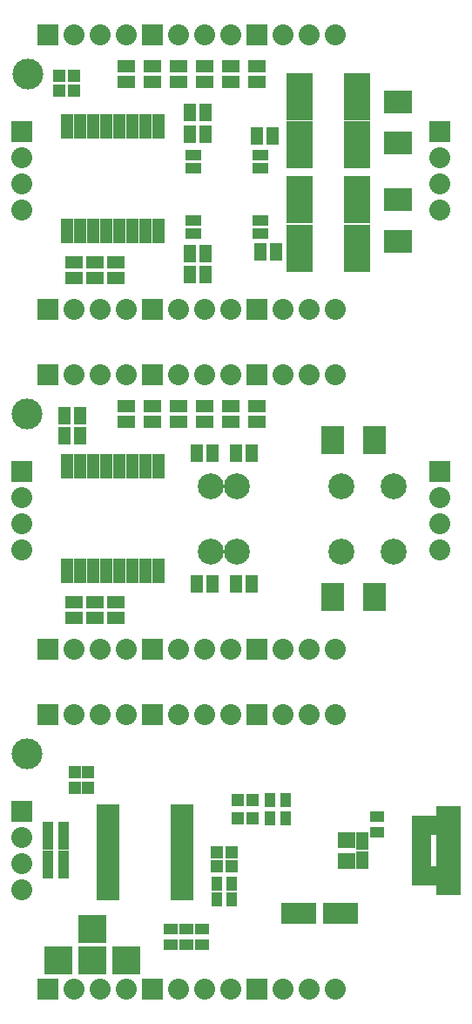
<source format=gts>
G04 #@! TF.FileFunction,Soldermask,Top*
%FSLAX45Y45*%
G04 Gerber Fmt 4.5, Leading zero omitted, Abs format (unit mm)*
G04 Created by KiCad (PCBNEW (after 2015-may-25 BZR unknown)-product) date 15/07/2015 13:23:27*
%MOMM*%
G01*
G04 APERTURE LIST*
%ADD10C,0.150000*%
%ADD11R,1.143000X2.413000*%
%ADD12R,1.143000X1.651000*%
%ADD13R,1.651000X1.143000*%
%ADD14R,2.032000X2.032000*%
%ADD15C,2.032000*%
%ADD16R,2.707640X2.308860*%
%ADD17R,2.540000X4.572000*%
%ADD18R,1.506220X1.005840*%
%ADD19C,3.000000*%
%ADD20R,1.258000X1.308000*%
%ADD21R,2.308860X2.707640*%
%ADD22C,2.506980*%
%ADD23R,1.258000X1.708000*%
%ADD24R,2.258000X0.958000*%
%ADD25R,1.308000X1.258000*%
%ADD26R,3.507740X2.009140*%
%ADD27R,1.305560X1.305560*%
%ADD28R,1.758000X1.508000*%
%ADD29R,2.743200X2.743200*%
%ADD30R,1.008000X1.408000*%
%ADD31R,1.408000X1.008000*%
%ADD32R,2.405380X1.681480*%
%ADD33R,2.405380X2.882900*%
%ADD34R,2.608580X1.981200*%
%ADD35R,1.887220X0.957580*%
G04 APERTURE END LIST*
D10*
D11*
X19367500Y-6223000D03*
X19494500Y-6223000D03*
X19621500Y-6223000D03*
X19748500Y-6223000D03*
X19875500Y-6223000D03*
X20002500Y-6223000D03*
X20129500Y-6223000D03*
X20256500Y-6223000D03*
X20256500Y-5207000D03*
X20129500Y-5207000D03*
X20002500Y-5207000D03*
X19875500Y-5207000D03*
X19748500Y-5207000D03*
X19621500Y-5207000D03*
X19494500Y-5207000D03*
X19367500Y-5207000D03*
D12*
X20561300Y-6438900D03*
X20713700Y-6438900D03*
X20713700Y-6642100D03*
X20561300Y-6642100D03*
X20561300Y-5283200D03*
X20713700Y-5283200D03*
X20713700Y-5067300D03*
X20561300Y-5067300D03*
D13*
X19431000Y-6680200D03*
X19431000Y-6527800D03*
X19634200Y-6680200D03*
X19634200Y-6527800D03*
X19837400Y-6680200D03*
X19837400Y-6527800D03*
X19939000Y-4622800D03*
X19939000Y-4775200D03*
X20193000Y-4622800D03*
X20193000Y-4775200D03*
X20447000Y-4622800D03*
X20447000Y-4775200D03*
X20701000Y-4622800D03*
X20701000Y-4775200D03*
X20955000Y-4622800D03*
X20955000Y-4775200D03*
X21209000Y-4622800D03*
X21209000Y-4775200D03*
D14*
X22987000Y-5257800D03*
D15*
X22987000Y-5511800D03*
X22987000Y-5765800D03*
X22987000Y-6019800D03*
D14*
X21209000Y-4318000D03*
D15*
X21463000Y-4318000D03*
X21717000Y-4318000D03*
X21971000Y-4318000D03*
D14*
X20193000Y-4318000D03*
D15*
X20447000Y-4318000D03*
X20701000Y-4318000D03*
X20955000Y-4318000D03*
D14*
X19177000Y-4318000D03*
D15*
X19431000Y-4318000D03*
X19685000Y-4318000D03*
X19939000Y-4318000D03*
D14*
X21209000Y-6985000D03*
D15*
X21463000Y-6985000D03*
X21717000Y-6985000D03*
X21971000Y-6985000D03*
D14*
X20193000Y-6985000D03*
D15*
X20447000Y-6985000D03*
X20701000Y-6985000D03*
X20955000Y-6985000D03*
D14*
X19177000Y-6985000D03*
D15*
X19431000Y-6985000D03*
X19685000Y-6985000D03*
X19939000Y-6985000D03*
D14*
X18923000Y-5257800D03*
D15*
X18923000Y-5511800D03*
X18923000Y-5765800D03*
X18923000Y-6019800D03*
D16*
X22580600Y-6322060D03*
X22580600Y-5920740D03*
X22580600Y-5369560D03*
X22580600Y-4968240D03*
D17*
X21628100Y-6388100D03*
X22186900Y-6388100D03*
X21628100Y-5918200D03*
X22186900Y-5918200D03*
X21628100Y-4914900D03*
X22186900Y-4914900D03*
X21628100Y-5384800D03*
X22186900Y-5384800D03*
D12*
X21399500Y-6426200D03*
X21247100Y-6426200D03*
X21209000Y-5295900D03*
X21361400Y-5295900D03*
D18*
X21240750Y-5613400D03*
X21240750Y-5486400D03*
X20593050Y-5486400D03*
X20593050Y-5613400D03*
X21240750Y-6248400D03*
X21240750Y-6121400D03*
X20593050Y-6121400D03*
X20593050Y-6248400D03*
D19*
X18986500Y-4699000D03*
D20*
X19431000Y-4862900D03*
X19431000Y-4712900D03*
X19291300Y-4862900D03*
X19291300Y-4712900D03*
D11*
X19367500Y-9525000D03*
X19494500Y-9525000D03*
X19621500Y-9525000D03*
X19748500Y-9525000D03*
X19875500Y-9525000D03*
X20002500Y-9525000D03*
X20129500Y-9525000D03*
X20256500Y-9525000D03*
X20256500Y-8509000D03*
X20129500Y-8509000D03*
X20002500Y-8509000D03*
X19875500Y-8509000D03*
X19748500Y-8509000D03*
X19621500Y-8509000D03*
X19494500Y-8509000D03*
X19367500Y-8509000D03*
D12*
X21005800Y-9652000D03*
X21158200Y-9652000D03*
X20624800Y-9652000D03*
X20777200Y-9652000D03*
X21005800Y-8382000D03*
X21158200Y-8382000D03*
X20624800Y-8382000D03*
X20777200Y-8382000D03*
D13*
X19431000Y-9982200D03*
X19431000Y-9829800D03*
X19634200Y-9982200D03*
X19634200Y-9829800D03*
X19837400Y-9982200D03*
X19837400Y-9829800D03*
X19939000Y-7924800D03*
X19939000Y-8077200D03*
X20193000Y-7924800D03*
X20193000Y-8077200D03*
X20447000Y-7924800D03*
X20447000Y-8077200D03*
X20701000Y-7924800D03*
X20701000Y-8077200D03*
X20955000Y-7924800D03*
X20955000Y-8077200D03*
X21209000Y-7924800D03*
X21209000Y-8077200D03*
D14*
X22987000Y-8559800D03*
D15*
X22987000Y-8813800D03*
X22987000Y-9067800D03*
X22987000Y-9321800D03*
D14*
X21209000Y-7620000D03*
D15*
X21463000Y-7620000D03*
X21717000Y-7620000D03*
X21971000Y-7620000D03*
D14*
X20193000Y-7620000D03*
D15*
X20447000Y-7620000D03*
X20701000Y-7620000D03*
X20955000Y-7620000D03*
D14*
X19177000Y-7620000D03*
D15*
X19431000Y-7620000D03*
X19685000Y-7620000D03*
X19939000Y-7620000D03*
D14*
X21209000Y-10287000D03*
D15*
X21463000Y-10287000D03*
X21717000Y-10287000D03*
X21971000Y-10287000D03*
D14*
X20193000Y-10287000D03*
D15*
X20447000Y-10287000D03*
X20701000Y-10287000D03*
X20955000Y-10287000D03*
D14*
X19177000Y-10287000D03*
D15*
X19431000Y-10287000D03*
X19685000Y-10287000D03*
X19939000Y-10287000D03*
D14*
X18923000Y-8559800D03*
D15*
X18923000Y-8813800D03*
X18923000Y-9067800D03*
X18923000Y-9321800D03*
D21*
X21948140Y-9779000D03*
X22349460Y-9779000D03*
X21948140Y-8255000D03*
X22349460Y-8255000D03*
D22*
X20764500Y-8699500D03*
X21018500Y-8699500D03*
X22034500Y-8699500D03*
X22542500Y-8699500D03*
X20764500Y-9334500D03*
X21018500Y-9334500D03*
X22034500Y-9334500D03*
X22542500Y-9334500D03*
D19*
X18973800Y-8001000D03*
D23*
X19494500Y-8210300D03*
X19494500Y-8020300D03*
X19342100Y-8210300D03*
X19342100Y-8020300D03*
D24*
X19763150Y-11839350D03*
X19763150Y-11904350D03*
X19763150Y-11969350D03*
X19763150Y-12034350D03*
X19763150Y-12099350D03*
X19763150Y-12164350D03*
X19763150Y-12229350D03*
X19763150Y-12294350D03*
X19763150Y-12359350D03*
X19763150Y-12424350D03*
X19763150Y-12489350D03*
X19763150Y-12554350D03*
X19763150Y-12619350D03*
X19763150Y-12684350D03*
X20483150Y-12684350D03*
X20483150Y-12619350D03*
X20483150Y-12554350D03*
X20483150Y-12489350D03*
X20483150Y-12424350D03*
X20483150Y-12359350D03*
X20483150Y-12294350D03*
X20483150Y-12229350D03*
X20483150Y-12164350D03*
X20483150Y-12099350D03*
X20483150Y-12034350D03*
X20483150Y-11969350D03*
X20483150Y-11904350D03*
X20483150Y-11839350D03*
D14*
X21209000Y-10922000D03*
D15*
X21463000Y-10922000D03*
X21717000Y-10922000D03*
X21971000Y-10922000D03*
D14*
X20193000Y-10922000D03*
D15*
X20447000Y-10922000D03*
X20701000Y-10922000D03*
X20955000Y-10922000D03*
D14*
X19177000Y-10922000D03*
D15*
X19431000Y-10922000D03*
X19685000Y-10922000D03*
X19939000Y-10922000D03*
D14*
X21209000Y-13589000D03*
D15*
X21463000Y-13589000D03*
X21717000Y-13589000D03*
X21971000Y-13589000D03*
D14*
X20193000Y-13589000D03*
D15*
X20447000Y-13589000D03*
X20701000Y-13589000D03*
X20955000Y-13589000D03*
D14*
X19177000Y-13589000D03*
D15*
X19431000Y-13589000D03*
X19685000Y-13589000D03*
X19939000Y-13589000D03*
D14*
X18923000Y-11861800D03*
D15*
X18923000Y-12115800D03*
X18923000Y-12369800D03*
X18923000Y-12623800D03*
D19*
X18973800Y-11303000D03*
D20*
X19443700Y-11482000D03*
X19443700Y-11632000D03*
X19570700Y-11482000D03*
X19570700Y-11632000D03*
D25*
X20816500Y-12395200D03*
X20966500Y-12395200D03*
X20816500Y-12255500D03*
X20966500Y-12255500D03*
D26*
X22018498Y-12852400D03*
X21618702Y-12852400D03*
D23*
X22237700Y-12337800D03*
X22237700Y-12147800D03*
D27*
X21019770Y-11925300D03*
X21169630Y-11925300D03*
X21019770Y-11747500D03*
X21169630Y-11747500D03*
D28*
X22085300Y-12142800D03*
X22085300Y-12342800D03*
D29*
X19939000Y-13309600D03*
X19608800Y-13309600D03*
X19278600Y-13309600D03*
D30*
X21337200Y-11925300D03*
X21487200Y-11925300D03*
X21337200Y-11747500D03*
X21487200Y-11747500D03*
X19328200Y-12166600D03*
X19178200Y-12166600D03*
X19328200Y-12026900D03*
X19178200Y-12026900D03*
X19328200Y-12446000D03*
X19178200Y-12446000D03*
X19328200Y-12306300D03*
X19178200Y-12306300D03*
X20966500Y-12712700D03*
X20816500Y-12712700D03*
X20966500Y-12560300D03*
X20816500Y-12560300D03*
D31*
X22377400Y-11913800D03*
X22377400Y-12063800D03*
X20523200Y-13006000D03*
X20523200Y-13156000D03*
X20675600Y-13006000D03*
X20675600Y-13156000D03*
X20370800Y-13006000D03*
X20370800Y-13156000D03*
D32*
X23075900Y-12326620D03*
X23075900Y-12158980D03*
D33*
X23075900Y-11951462D03*
X23075900Y-12534138D03*
D34*
X22846030Y-11996674D03*
X22846030Y-12488926D03*
D35*
X22809962Y-12372848D03*
X22809962Y-12307824D03*
X22809962Y-12242800D03*
X22809962Y-12177776D03*
X22809962Y-12112752D03*
D29*
X19608800Y-13004800D03*
M02*

</source>
